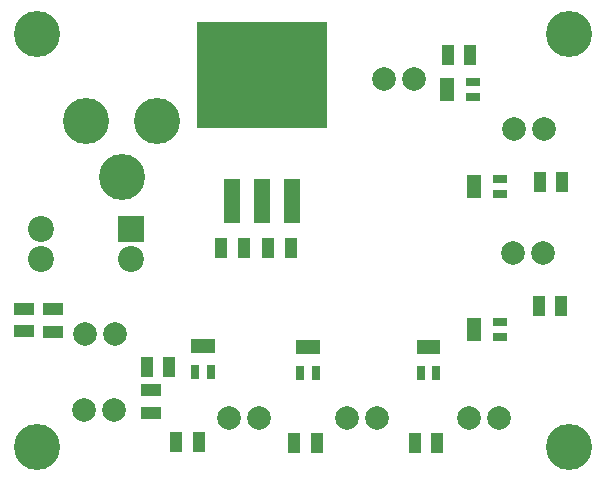
<source format=gbs>
G04 Layer_Color=16711935*
%FSLAX44Y44*%
%MOMM*%
G71*
G01*
G75*
%ADD28R,1.7000X1.1000*%
%ADD30C,3.9000*%
%ADD31C,2.2000*%
%ADD32R,2.2000X2.2000*%
%ADD33C,2.0000*%
%ADD34R,1.1000X1.7000*%
%ADD35R,1.2500X0.7500*%
%ADD36R,0.7500X1.2500*%
%ADD37R,11.1000X9.0000*%
%ADD38R,1.4000X3.8000*%
D28*
X121000Y73500D02*
D03*
Y54500D02*
D03*
X38000Y142000D02*
D03*
Y123000D02*
D03*
X14000Y142500D02*
D03*
Y123500D02*
D03*
D30*
X96500Y254000D02*
D03*
X66000Y301000D02*
D03*
X126500D02*
D03*
X475000Y375000D02*
D03*
Y25000D02*
D03*
X25000Y375000D02*
D03*
Y25000D02*
D03*
D31*
X104100Y184300D02*
D03*
X27900D02*
D03*
Y209700D02*
D03*
D32*
X104100D02*
D03*
D33*
X64300Y57000D02*
D03*
X89700D02*
D03*
X65000Y121000D02*
D03*
X90400D02*
D03*
X343700Y337000D02*
D03*
X318300D02*
D03*
X453700Y295000D02*
D03*
X428300D02*
D03*
X452700Y190000D02*
D03*
X427300D02*
D03*
X390300Y50000D02*
D03*
X415700D02*
D03*
X287300D02*
D03*
X312700D02*
D03*
X187300D02*
D03*
X212700D02*
D03*
D34*
X220500Y194000D02*
D03*
X239500D02*
D03*
X180500D02*
D03*
X199500D02*
D03*
X117500Y93000D02*
D03*
X136500D02*
D03*
X372500Y357000D02*
D03*
X391500D02*
D03*
X469500Y250000D02*
D03*
X450500D02*
D03*
X468500Y145000D02*
D03*
X449500D02*
D03*
X363500Y29000D02*
D03*
X344500D02*
D03*
X261500D02*
D03*
X242500D02*
D03*
X161500Y30000D02*
D03*
X142500D02*
D03*
D35*
X394000Y334500D02*
D03*
Y321500D02*
D03*
X372000Y334500D02*
D03*
Y328000D02*
D03*
Y321500D02*
D03*
X417000Y252500D02*
D03*
Y239500D02*
D03*
X395000Y252500D02*
D03*
Y246000D02*
D03*
Y239500D02*
D03*
X417000Y131502D02*
D03*
Y118502D02*
D03*
X395000Y131502D02*
D03*
Y125002D02*
D03*
Y118502D02*
D03*
D36*
X362500Y88000D02*
D03*
X349500D02*
D03*
X362500Y110000D02*
D03*
X356000D02*
D03*
X349500D02*
D03*
X260500Y88000D02*
D03*
X247500D02*
D03*
X260500Y110000D02*
D03*
X254000D02*
D03*
X247500D02*
D03*
X171500Y89000D02*
D03*
X158500D02*
D03*
X171500Y111000D02*
D03*
X165000D02*
D03*
X158500D02*
D03*
D37*
X215000Y340000D02*
D03*
D38*
X189600Y234000D02*
D03*
X215000D02*
D03*
X240400D02*
D03*
M02*

</source>
